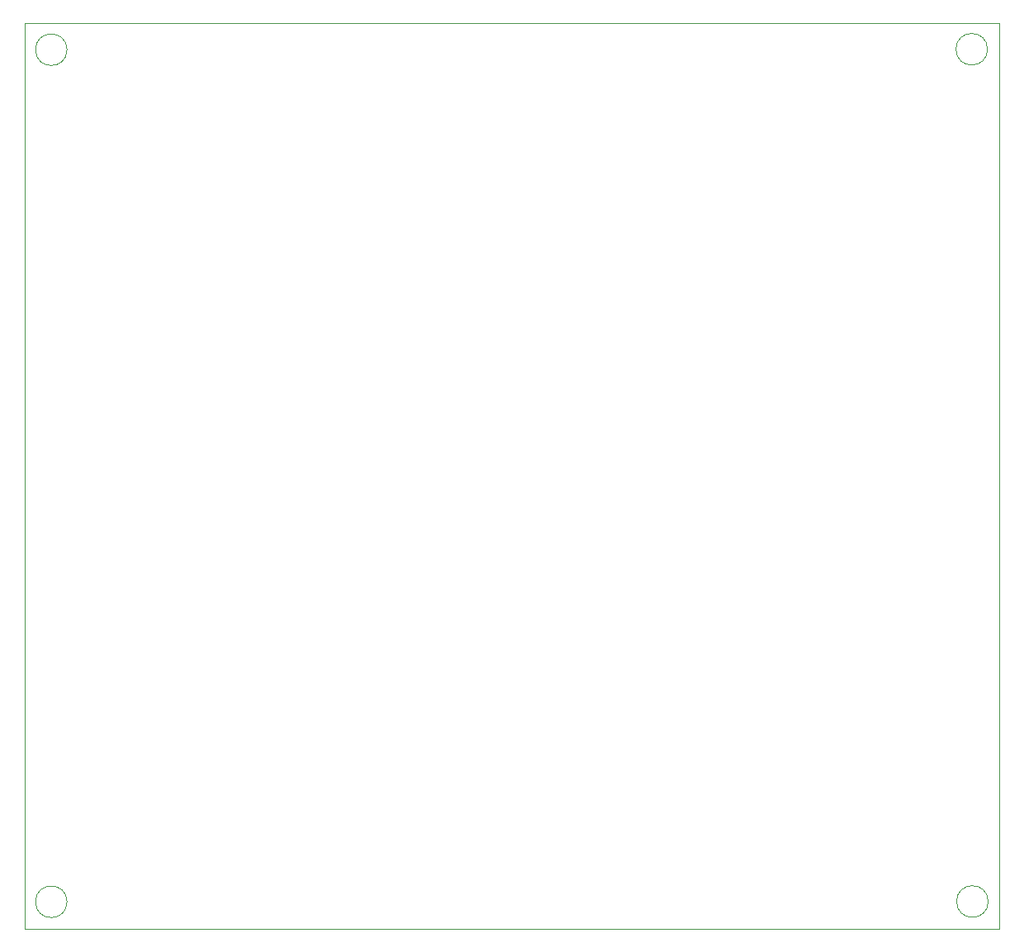
<source format=gm1>
G04 #@! TF.GenerationSoftware,KiCad,Pcbnew,9.0.2*
G04 #@! TF.CreationDate,2025-07-17T17:13:56-07:00*
G04 #@! TF.ProjectId,fsrPrototype2,66737250-726f-4746-9f74-797065322e6b,rev?*
G04 #@! TF.SameCoordinates,Original*
G04 #@! TF.FileFunction,Profile,NP*
%FSLAX46Y46*%
G04 Gerber Fmt 4.6, Leading zero omitted, Abs format (unit mm)*
G04 Created by KiCad (PCBNEW 9.0.2) date 2025-07-17 17:13:56*
%MOMM*%
%LPD*%
G01*
G04 APERTURE LIST*
G04 #@! TA.AperFunction,Profile*
%ADD10C,0.050000*%
G04 #@! TD*
G04 APERTURE END LIST*
D10*
X202000000Y-48000000D02*
X201000000Y-48000000D01*
X202000000Y-49000000D02*
X202000000Y-48000000D01*
X202000000Y-141000000D02*
X202000000Y-140000000D01*
X201000000Y-141000000D02*
X202000000Y-141000000D01*
X102000000Y-141000000D02*
X103000000Y-141000000D01*
X102000000Y-140000000D02*
X102000000Y-141000000D01*
X102000000Y-48000000D02*
X103000000Y-48000000D01*
X102000000Y-49000000D02*
X102000000Y-48000000D01*
X200800000Y-50700000D02*
G75*
G02*
X197562704Y-50700000I-1618648J0D01*
G01*
X197562704Y-50700000D02*
G75*
G02*
X200800000Y-50700000I1618648J0D01*
G01*
X102000000Y-49000000D02*
X102000000Y-140000000D01*
X200868648Y-138168648D02*
G75*
G02*
X197631352Y-138168648I-1618648J0D01*
G01*
X197631352Y-138168648D02*
G75*
G02*
X200868648Y-138168648I1618648J0D01*
G01*
X106350000Y-138200000D02*
G75*
G02*
X103112704Y-138200000I-1618648J0D01*
G01*
X103112704Y-138200000D02*
G75*
G02*
X106350000Y-138200000I1618648J0D01*
G01*
X106350000Y-50750000D02*
G75*
G02*
X103112704Y-50750000I-1618648J0D01*
G01*
X103112704Y-50750000D02*
G75*
G02*
X106350000Y-50750000I1618648J0D01*
G01*
X201000000Y-48000000D02*
X103000000Y-48000000D01*
X202000000Y-140000000D02*
X202000000Y-49000000D01*
X103000000Y-141000000D02*
X201000000Y-141000000D01*
M02*

</source>
